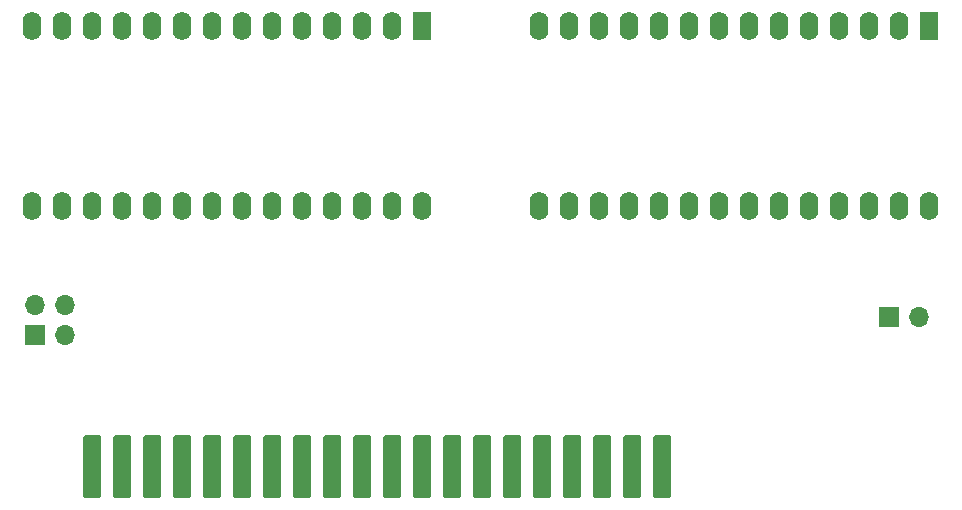
<source format=gbr>
G04 #@! TF.GenerationSoftware,KiCad,Pcbnew,(5.1.9-0-10_14)*
G04 #@! TF.CreationDate,2021-04-09T13:05:53-05:00*
G04 #@! TF.ProjectId,Memory Card,4d656d6f-7279-4204-9361-72642e6b6963,rev?*
G04 #@! TF.SameCoordinates,Original*
G04 #@! TF.FileFunction,Soldermask,Bot*
G04 #@! TF.FilePolarity,Negative*
%FSLAX46Y46*%
G04 Gerber Fmt 4.6, Leading zero omitted, Abs format (unit mm)*
G04 Created by KiCad (PCBNEW (5.1.9-0-10_14)) date 2021-04-09 13:05:53*
%MOMM*%
%LPD*%
G01*
G04 APERTURE LIST*
%ADD10R,1.600000X2.400000*%
%ADD11O,1.600000X2.400000*%
%ADD12R,1.700000X1.700000*%
%ADD13O,1.700000X1.700000*%
G04 APERTURE END LIST*
G36*
G01*
X115935000Y-132671600D02*
X114665000Y-132671600D01*
G75*
G02*
X114563400Y-132570000I0J101600D01*
G01*
X114563400Y-127490000D01*
G75*
G02*
X114665000Y-127388400I101600J0D01*
G01*
X115935000Y-127388400D01*
G75*
G02*
X116036600Y-127490000I0J-101600D01*
G01*
X116036600Y-132570000D01*
G75*
G02*
X115935000Y-132671600I-101600J0D01*
G01*
G37*
G36*
G01*
X118475000Y-132671600D02*
X117205000Y-132671600D01*
G75*
G02*
X117103400Y-132570000I0J101600D01*
G01*
X117103400Y-127490000D01*
G75*
G02*
X117205000Y-127388400I101600J0D01*
G01*
X118475000Y-127388400D01*
G75*
G02*
X118576600Y-127490000I0J-101600D01*
G01*
X118576600Y-132570000D01*
G75*
G02*
X118475000Y-132671600I-101600J0D01*
G01*
G37*
G36*
G01*
X121015000Y-132671600D02*
X119745000Y-132671600D01*
G75*
G02*
X119643400Y-132570000I0J101600D01*
G01*
X119643400Y-127490000D01*
G75*
G02*
X119745000Y-127388400I101600J0D01*
G01*
X121015000Y-127388400D01*
G75*
G02*
X121116600Y-127490000I0J-101600D01*
G01*
X121116600Y-132570000D01*
G75*
G02*
X121015000Y-132671600I-101600J0D01*
G01*
G37*
G36*
G01*
X123555000Y-132671600D02*
X122285000Y-132671600D01*
G75*
G02*
X122183400Y-132570000I0J101600D01*
G01*
X122183400Y-127490000D01*
G75*
G02*
X122285000Y-127388400I101600J0D01*
G01*
X123555000Y-127388400D01*
G75*
G02*
X123656600Y-127490000I0J-101600D01*
G01*
X123656600Y-132570000D01*
G75*
G02*
X123555000Y-132671600I-101600J0D01*
G01*
G37*
G36*
G01*
X126095000Y-132671600D02*
X124825000Y-132671600D01*
G75*
G02*
X124723400Y-132570000I0J101600D01*
G01*
X124723400Y-127490000D01*
G75*
G02*
X124825000Y-127388400I101600J0D01*
G01*
X126095000Y-127388400D01*
G75*
G02*
X126196600Y-127490000I0J-101600D01*
G01*
X126196600Y-132570000D01*
G75*
G02*
X126095000Y-132671600I-101600J0D01*
G01*
G37*
G36*
G01*
X128635000Y-132671600D02*
X127365000Y-132671600D01*
G75*
G02*
X127263400Y-132570000I0J101600D01*
G01*
X127263400Y-127490000D01*
G75*
G02*
X127365000Y-127388400I101600J0D01*
G01*
X128635000Y-127388400D01*
G75*
G02*
X128736600Y-127490000I0J-101600D01*
G01*
X128736600Y-132570000D01*
G75*
G02*
X128635000Y-132671600I-101600J0D01*
G01*
G37*
G36*
G01*
X131175000Y-132671600D02*
X129905000Y-132671600D01*
G75*
G02*
X129803400Y-132570000I0J101600D01*
G01*
X129803400Y-127490000D01*
G75*
G02*
X129905000Y-127388400I101600J0D01*
G01*
X131175000Y-127388400D01*
G75*
G02*
X131276600Y-127490000I0J-101600D01*
G01*
X131276600Y-132570000D01*
G75*
G02*
X131175000Y-132671600I-101600J0D01*
G01*
G37*
G36*
G01*
X133715000Y-132671600D02*
X132445000Y-132671600D01*
G75*
G02*
X132343400Y-132570000I0J101600D01*
G01*
X132343400Y-127490000D01*
G75*
G02*
X132445000Y-127388400I101600J0D01*
G01*
X133715000Y-127388400D01*
G75*
G02*
X133816600Y-127490000I0J-101600D01*
G01*
X133816600Y-132570000D01*
G75*
G02*
X133715000Y-132671600I-101600J0D01*
G01*
G37*
G36*
G01*
X136255000Y-132671600D02*
X134985000Y-132671600D01*
G75*
G02*
X134883400Y-132570000I0J101600D01*
G01*
X134883400Y-127490000D01*
G75*
G02*
X134985000Y-127388400I101600J0D01*
G01*
X136255000Y-127388400D01*
G75*
G02*
X136356600Y-127490000I0J-101600D01*
G01*
X136356600Y-132570000D01*
G75*
G02*
X136255000Y-132671600I-101600J0D01*
G01*
G37*
G36*
G01*
X138795000Y-132671600D02*
X137525000Y-132671600D01*
G75*
G02*
X137423400Y-132570000I0J101600D01*
G01*
X137423400Y-127490000D01*
G75*
G02*
X137525000Y-127388400I101600J0D01*
G01*
X138795000Y-127388400D01*
G75*
G02*
X138896600Y-127490000I0J-101600D01*
G01*
X138896600Y-132570000D01*
G75*
G02*
X138795000Y-132671600I-101600J0D01*
G01*
G37*
G36*
G01*
X141335000Y-132671600D02*
X140065000Y-132671600D01*
G75*
G02*
X139963400Y-132570000I0J101600D01*
G01*
X139963400Y-127490000D01*
G75*
G02*
X140065000Y-127388400I101600J0D01*
G01*
X141335000Y-127388400D01*
G75*
G02*
X141436600Y-127490000I0J-101600D01*
G01*
X141436600Y-132570000D01*
G75*
G02*
X141335000Y-132671600I-101600J0D01*
G01*
G37*
G36*
G01*
X143875000Y-132671600D02*
X142605000Y-132671600D01*
G75*
G02*
X142503400Y-132570000I0J101600D01*
G01*
X142503400Y-127490000D01*
G75*
G02*
X142605000Y-127388400I101600J0D01*
G01*
X143875000Y-127388400D01*
G75*
G02*
X143976600Y-127490000I0J-101600D01*
G01*
X143976600Y-132570000D01*
G75*
G02*
X143875000Y-132671600I-101600J0D01*
G01*
G37*
G36*
G01*
X146415000Y-132671600D02*
X145145000Y-132671600D01*
G75*
G02*
X145043400Y-132570000I0J101600D01*
G01*
X145043400Y-127490000D01*
G75*
G02*
X145145000Y-127388400I101600J0D01*
G01*
X146415000Y-127388400D01*
G75*
G02*
X146516600Y-127490000I0J-101600D01*
G01*
X146516600Y-132570000D01*
G75*
G02*
X146415000Y-132671600I-101600J0D01*
G01*
G37*
G36*
G01*
X148955000Y-132671600D02*
X147685000Y-132671600D01*
G75*
G02*
X147583400Y-132570000I0J101600D01*
G01*
X147583400Y-127490000D01*
G75*
G02*
X147685000Y-127388400I101600J0D01*
G01*
X148955000Y-127388400D01*
G75*
G02*
X149056600Y-127490000I0J-101600D01*
G01*
X149056600Y-132570000D01*
G75*
G02*
X148955000Y-132671600I-101600J0D01*
G01*
G37*
G36*
G01*
X151495000Y-132671600D02*
X150225000Y-132671600D01*
G75*
G02*
X150123400Y-132570000I0J101600D01*
G01*
X150123400Y-127490000D01*
G75*
G02*
X150225000Y-127388400I101600J0D01*
G01*
X151495000Y-127388400D01*
G75*
G02*
X151596600Y-127490000I0J-101600D01*
G01*
X151596600Y-132570000D01*
G75*
G02*
X151495000Y-132671600I-101600J0D01*
G01*
G37*
G36*
G01*
X154035000Y-132671600D02*
X152765000Y-132671600D01*
G75*
G02*
X152663400Y-132570000I0J101600D01*
G01*
X152663400Y-127490000D01*
G75*
G02*
X152765000Y-127388400I101600J0D01*
G01*
X154035000Y-127388400D01*
G75*
G02*
X154136600Y-127490000I0J-101600D01*
G01*
X154136600Y-132570000D01*
G75*
G02*
X154035000Y-132671600I-101600J0D01*
G01*
G37*
G36*
G01*
X156575000Y-132671600D02*
X155305000Y-132671600D01*
G75*
G02*
X155203400Y-132570000I0J101600D01*
G01*
X155203400Y-127490000D01*
G75*
G02*
X155305000Y-127388400I101600J0D01*
G01*
X156575000Y-127388400D01*
G75*
G02*
X156676600Y-127490000I0J-101600D01*
G01*
X156676600Y-132570000D01*
G75*
G02*
X156575000Y-132671600I-101600J0D01*
G01*
G37*
G36*
G01*
X159115000Y-132671600D02*
X157845000Y-132671600D01*
G75*
G02*
X157743400Y-132570000I0J101600D01*
G01*
X157743400Y-127490000D01*
G75*
G02*
X157845000Y-127388400I101600J0D01*
G01*
X159115000Y-127388400D01*
G75*
G02*
X159216600Y-127490000I0J-101600D01*
G01*
X159216600Y-132570000D01*
G75*
G02*
X159115000Y-132671600I-101600J0D01*
G01*
G37*
G36*
G01*
X161655000Y-132671600D02*
X160385000Y-132671600D01*
G75*
G02*
X160283400Y-132570000I0J101600D01*
G01*
X160283400Y-127490000D01*
G75*
G02*
X160385000Y-127388400I101600J0D01*
G01*
X161655000Y-127388400D01*
G75*
G02*
X161756600Y-127490000I0J-101600D01*
G01*
X161756600Y-132570000D01*
G75*
G02*
X161655000Y-132671600I-101600J0D01*
G01*
G37*
G36*
G01*
X164195000Y-132671600D02*
X162925000Y-132671600D01*
G75*
G02*
X162823400Y-132570000I0J101600D01*
G01*
X162823400Y-127490000D01*
G75*
G02*
X162925000Y-127388400I101600J0D01*
G01*
X164195000Y-127388400D01*
G75*
G02*
X164296600Y-127490000I0J-101600D01*
G01*
X164296600Y-132570000D01*
G75*
G02*
X164195000Y-132671600I-101600J0D01*
G01*
G37*
D10*
X143256000Y-92710000D03*
D11*
X110236000Y-107950000D03*
X140716000Y-92710000D03*
X112776000Y-107950000D03*
X138176000Y-92710000D03*
X115316000Y-107950000D03*
X135636000Y-92710000D03*
X117856000Y-107950000D03*
X133096000Y-92710000D03*
X120396000Y-107950000D03*
X130556000Y-92710000D03*
X122936000Y-107950000D03*
X128016000Y-92710000D03*
X125476000Y-107950000D03*
X125476000Y-92710000D03*
X128016000Y-107950000D03*
X122936000Y-92710000D03*
X130556000Y-107950000D03*
X120396000Y-92710000D03*
X133096000Y-107950000D03*
X117856000Y-92710000D03*
X135636000Y-107950000D03*
X115316000Y-92710000D03*
X138176000Y-107950000D03*
X112776000Y-92710000D03*
X140716000Y-107950000D03*
X110236000Y-92710000D03*
X143256000Y-107950000D03*
X186182000Y-107950000D03*
X153162000Y-92710000D03*
X183642000Y-107950000D03*
X155702000Y-92710000D03*
X181102000Y-107950000D03*
X158242000Y-92710000D03*
X178562000Y-107950000D03*
X160782000Y-92710000D03*
X176022000Y-107950000D03*
X163322000Y-92710000D03*
X173482000Y-107950000D03*
X165862000Y-92710000D03*
X170942000Y-107950000D03*
X168402000Y-92710000D03*
X168402000Y-107950000D03*
X170942000Y-92710000D03*
X165862000Y-107950000D03*
X173482000Y-92710000D03*
X163322000Y-107950000D03*
X176022000Y-92710000D03*
X160782000Y-107950000D03*
X178562000Y-92710000D03*
X158242000Y-107950000D03*
X181102000Y-92710000D03*
X155702000Y-107950000D03*
X183642000Y-92710000D03*
X153162000Y-107950000D03*
D10*
X186182000Y-92710000D03*
D12*
X182753000Y-117348000D03*
D13*
X185293000Y-117348000D03*
D12*
X110490000Y-118872000D03*
D13*
X110490000Y-116332000D03*
X113030000Y-118872000D03*
X113030000Y-116332000D03*
M02*

</source>
